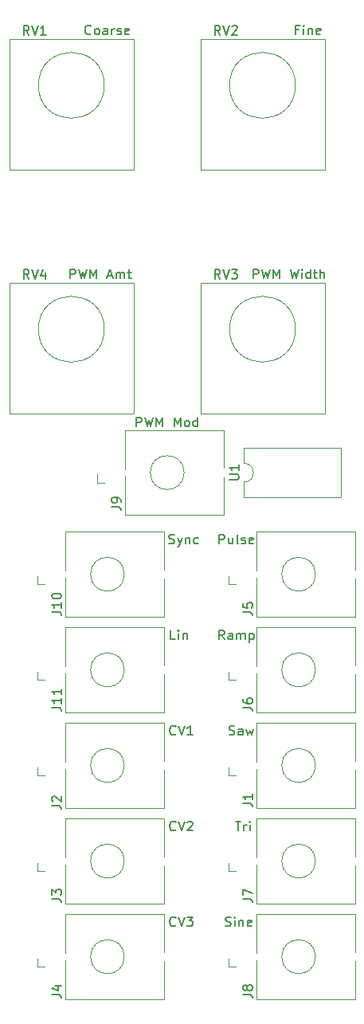
<source format=gbr>
G04 #@! TF.GenerationSoftware,KiCad,Pcbnew,(5.1.4-0-10_14)*
G04 #@! TF.CreationDate,2019-10-08T20:59:58-07:00*
G04 #@! TF.ProjectId,VCO_IO,56434f5f-494f-42e6-9b69-6361645f7063,rev?*
G04 #@! TF.SameCoordinates,Original*
G04 #@! TF.FileFunction,Legend,Top*
G04 #@! TF.FilePolarity,Positive*
%FSLAX46Y46*%
G04 Gerber Fmt 4.6, Leading zero omitted, Abs format (unit mm)*
G04 Created by KiCad (PCBNEW (5.1.4-0-10_14)) date 2019-10-08 20:59:58*
%MOMM*%
%LPD*%
G04 APERTURE LIST*
%ADD10C,0.150000*%
%ADD11C,0.120000*%
G04 APERTURE END LIST*
D10*
X95115238Y-151026761D02*
X95258095Y-151074380D01*
X95496190Y-151074380D01*
X95591428Y-151026761D01*
X95639047Y-150979142D01*
X95686666Y-150883904D01*
X95686666Y-150788666D01*
X95639047Y-150693428D01*
X95591428Y-150645809D01*
X95496190Y-150598190D01*
X95305714Y-150550571D01*
X95210476Y-150502952D01*
X95162857Y-150455333D01*
X95115238Y-150360095D01*
X95115238Y-150264857D01*
X95162857Y-150169619D01*
X95210476Y-150122000D01*
X95305714Y-150074380D01*
X95543809Y-150074380D01*
X95686666Y-150122000D01*
X96115238Y-151074380D02*
X96115238Y-150407714D01*
X96115238Y-150074380D02*
X96067619Y-150122000D01*
X96115238Y-150169619D01*
X96162857Y-150122000D01*
X96115238Y-150074380D01*
X96115238Y-150169619D01*
X96591428Y-150407714D02*
X96591428Y-151074380D01*
X96591428Y-150502952D02*
X96639047Y-150455333D01*
X96734285Y-150407714D01*
X96877142Y-150407714D01*
X96972380Y-150455333D01*
X97020000Y-150550571D01*
X97020000Y-151074380D01*
X97877142Y-151026761D02*
X97781904Y-151074380D01*
X97591428Y-151074380D01*
X97496190Y-151026761D01*
X97448571Y-150931523D01*
X97448571Y-150550571D01*
X97496190Y-150455333D01*
X97591428Y-150407714D01*
X97781904Y-150407714D01*
X97877142Y-150455333D01*
X97924761Y-150550571D01*
X97924761Y-150645809D01*
X97448571Y-150741047D01*
X96194666Y-139914380D02*
X96766095Y-139914380D01*
X96480380Y-140914380D02*
X96480380Y-139914380D01*
X97099428Y-140914380D02*
X97099428Y-140247714D01*
X97099428Y-140438190D02*
X97147047Y-140342952D01*
X97194666Y-140295333D01*
X97289904Y-140247714D01*
X97385142Y-140247714D01*
X97718476Y-140914380D02*
X97718476Y-140247714D01*
X97718476Y-139914380D02*
X97670857Y-139962000D01*
X97718476Y-140009619D01*
X97766095Y-139962000D01*
X97718476Y-139914380D01*
X97718476Y-140009619D01*
X95512095Y-130706761D02*
X95654952Y-130754380D01*
X95893047Y-130754380D01*
X95988285Y-130706761D01*
X96035904Y-130659142D01*
X96083523Y-130563904D01*
X96083523Y-130468666D01*
X96035904Y-130373428D01*
X95988285Y-130325809D01*
X95893047Y-130278190D01*
X95702571Y-130230571D01*
X95607333Y-130182952D01*
X95559714Y-130135333D01*
X95512095Y-130040095D01*
X95512095Y-129944857D01*
X95559714Y-129849619D01*
X95607333Y-129802000D01*
X95702571Y-129754380D01*
X95940666Y-129754380D01*
X96083523Y-129802000D01*
X96940666Y-130754380D02*
X96940666Y-130230571D01*
X96893047Y-130135333D01*
X96797809Y-130087714D01*
X96607333Y-130087714D01*
X96512095Y-130135333D01*
X96940666Y-130706761D02*
X96845428Y-130754380D01*
X96607333Y-130754380D01*
X96512095Y-130706761D01*
X96464476Y-130611523D01*
X96464476Y-130516285D01*
X96512095Y-130421047D01*
X96607333Y-130373428D01*
X96845428Y-130373428D01*
X96940666Y-130325809D01*
X97321619Y-130087714D02*
X97512095Y-130754380D01*
X97702571Y-130278190D01*
X97893047Y-130754380D01*
X98083523Y-130087714D01*
X95004095Y-120594380D02*
X94670761Y-120118190D01*
X94432666Y-120594380D02*
X94432666Y-119594380D01*
X94813619Y-119594380D01*
X94908857Y-119642000D01*
X94956476Y-119689619D01*
X95004095Y-119784857D01*
X95004095Y-119927714D01*
X94956476Y-120022952D01*
X94908857Y-120070571D01*
X94813619Y-120118190D01*
X94432666Y-120118190D01*
X95861238Y-120594380D02*
X95861238Y-120070571D01*
X95813619Y-119975333D01*
X95718380Y-119927714D01*
X95527904Y-119927714D01*
X95432666Y-119975333D01*
X95861238Y-120546761D02*
X95766000Y-120594380D01*
X95527904Y-120594380D01*
X95432666Y-120546761D01*
X95385047Y-120451523D01*
X95385047Y-120356285D01*
X95432666Y-120261047D01*
X95527904Y-120213428D01*
X95766000Y-120213428D01*
X95861238Y-120165809D01*
X96337428Y-120594380D02*
X96337428Y-119927714D01*
X96337428Y-120022952D02*
X96385047Y-119975333D01*
X96480285Y-119927714D01*
X96623142Y-119927714D01*
X96718380Y-119975333D01*
X96766000Y-120070571D01*
X96766000Y-120594380D01*
X96766000Y-120070571D02*
X96813619Y-119975333D01*
X96908857Y-119927714D01*
X97051714Y-119927714D01*
X97146952Y-119975333D01*
X97194571Y-120070571D01*
X97194571Y-120594380D01*
X97670761Y-119927714D02*
X97670761Y-120927714D01*
X97670761Y-119975333D02*
X97766000Y-119927714D01*
X97956476Y-119927714D01*
X98051714Y-119975333D01*
X98099333Y-120022952D01*
X98146952Y-120118190D01*
X98146952Y-120403904D01*
X98099333Y-120499142D01*
X98051714Y-120546761D01*
X97956476Y-120594380D01*
X97766000Y-120594380D01*
X97670761Y-120546761D01*
X94456476Y-110434380D02*
X94456476Y-109434380D01*
X94837428Y-109434380D01*
X94932666Y-109482000D01*
X94980285Y-109529619D01*
X95027904Y-109624857D01*
X95027904Y-109767714D01*
X94980285Y-109862952D01*
X94932666Y-109910571D01*
X94837428Y-109958190D01*
X94456476Y-109958190D01*
X95885047Y-109767714D02*
X95885047Y-110434380D01*
X95456476Y-109767714D02*
X95456476Y-110291523D01*
X95504095Y-110386761D01*
X95599333Y-110434380D01*
X95742190Y-110434380D01*
X95837428Y-110386761D01*
X95885047Y-110339142D01*
X96504095Y-110434380D02*
X96408857Y-110386761D01*
X96361238Y-110291523D01*
X96361238Y-109434380D01*
X96837428Y-110386761D02*
X96932666Y-110434380D01*
X97123142Y-110434380D01*
X97218380Y-110386761D01*
X97266000Y-110291523D01*
X97266000Y-110243904D01*
X97218380Y-110148666D01*
X97123142Y-110101047D01*
X96980285Y-110101047D01*
X96885047Y-110053428D01*
X96837428Y-109958190D01*
X96837428Y-109910571D01*
X96885047Y-109815333D01*
X96980285Y-109767714D01*
X97123142Y-109767714D01*
X97218380Y-109815333D01*
X98075523Y-110386761D02*
X97980285Y-110434380D01*
X97789809Y-110434380D01*
X97694571Y-110386761D01*
X97646952Y-110291523D01*
X97646952Y-109910571D01*
X97694571Y-109815333D01*
X97789809Y-109767714D01*
X97980285Y-109767714D01*
X98075523Y-109815333D01*
X98123142Y-109910571D01*
X98123142Y-110005809D01*
X97646952Y-110101047D01*
X89828761Y-150979142D02*
X89781142Y-151026761D01*
X89638285Y-151074380D01*
X89543047Y-151074380D01*
X89400190Y-151026761D01*
X89304952Y-150931523D01*
X89257333Y-150836285D01*
X89209714Y-150645809D01*
X89209714Y-150502952D01*
X89257333Y-150312476D01*
X89304952Y-150217238D01*
X89400190Y-150122000D01*
X89543047Y-150074380D01*
X89638285Y-150074380D01*
X89781142Y-150122000D01*
X89828761Y-150169619D01*
X90114476Y-150074380D02*
X90447809Y-151074380D01*
X90781142Y-150074380D01*
X91019238Y-150074380D02*
X91638285Y-150074380D01*
X91304952Y-150455333D01*
X91447809Y-150455333D01*
X91543047Y-150502952D01*
X91590666Y-150550571D01*
X91638285Y-150645809D01*
X91638285Y-150883904D01*
X91590666Y-150979142D01*
X91543047Y-151026761D01*
X91447809Y-151074380D01*
X91162095Y-151074380D01*
X91066857Y-151026761D01*
X91019238Y-150979142D01*
X89828761Y-140819142D02*
X89781142Y-140866761D01*
X89638285Y-140914380D01*
X89543047Y-140914380D01*
X89400190Y-140866761D01*
X89304952Y-140771523D01*
X89257333Y-140676285D01*
X89209714Y-140485809D01*
X89209714Y-140342952D01*
X89257333Y-140152476D01*
X89304952Y-140057238D01*
X89400190Y-139962000D01*
X89543047Y-139914380D01*
X89638285Y-139914380D01*
X89781142Y-139962000D01*
X89828761Y-140009619D01*
X90114476Y-139914380D02*
X90447809Y-140914380D01*
X90781142Y-139914380D01*
X91066857Y-140009619D02*
X91114476Y-139962000D01*
X91209714Y-139914380D01*
X91447809Y-139914380D01*
X91543047Y-139962000D01*
X91590666Y-140009619D01*
X91638285Y-140104857D01*
X91638285Y-140200095D01*
X91590666Y-140342952D01*
X91019238Y-140914380D01*
X91638285Y-140914380D01*
X89828761Y-130659142D02*
X89781142Y-130706761D01*
X89638285Y-130754380D01*
X89543047Y-130754380D01*
X89400190Y-130706761D01*
X89304952Y-130611523D01*
X89257333Y-130516285D01*
X89209714Y-130325809D01*
X89209714Y-130182952D01*
X89257333Y-129992476D01*
X89304952Y-129897238D01*
X89400190Y-129802000D01*
X89543047Y-129754380D01*
X89638285Y-129754380D01*
X89781142Y-129802000D01*
X89828761Y-129849619D01*
X90114476Y-129754380D02*
X90447809Y-130754380D01*
X90781142Y-129754380D01*
X91638285Y-130754380D02*
X91066857Y-130754380D01*
X91352571Y-130754380D02*
X91352571Y-129754380D01*
X91257333Y-129897238D01*
X91162095Y-129992476D01*
X91066857Y-130040095D01*
X89789047Y-120594380D02*
X89312857Y-120594380D01*
X89312857Y-119594380D01*
X90122380Y-120594380D02*
X90122380Y-119927714D01*
X90122380Y-119594380D02*
X90074761Y-119642000D01*
X90122380Y-119689619D01*
X90170000Y-119642000D01*
X90122380Y-119594380D01*
X90122380Y-119689619D01*
X90598571Y-119927714D02*
X90598571Y-120594380D01*
X90598571Y-120022952D02*
X90646190Y-119975333D01*
X90741428Y-119927714D01*
X90884285Y-119927714D01*
X90979523Y-119975333D01*
X91027142Y-120070571D01*
X91027142Y-120594380D01*
X89130380Y-110386761D02*
X89273238Y-110434380D01*
X89511333Y-110434380D01*
X89606571Y-110386761D01*
X89654190Y-110339142D01*
X89701809Y-110243904D01*
X89701809Y-110148666D01*
X89654190Y-110053428D01*
X89606571Y-110005809D01*
X89511333Y-109958190D01*
X89320857Y-109910571D01*
X89225619Y-109862952D01*
X89178000Y-109815333D01*
X89130380Y-109720095D01*
X89130380Y-109624857D01*
X89178000Y-109529619D01*
X89225619Y-109482000D01*
X89320857Y-109434380D01*
X89558952Y-109434380D01*
X89701809Y-109482000D01*
X90035142Y-109767714D02*
X90273238Y-110434380D01*
X90511333Y-109767714D02*
X90273238Y-110434380D01*
X90178000Y-110672476D01*
X90130380Y-110720095D01*
X90035142Y-110767714D01*
X90892285Y-109767714D02*
X90892285Y-110434380D01*
X90892285Y-109862952D02*
X90939904Y-109815333D01*
X91035142Y-109767714D01*
X91178000Y-109767714D01*
X91273238Y-109815333D01*
X91320857Y-109910571D01*
X91320857Y-110434380D01*
X92225619Y-110386761D02*
X92130380Y-110434380D01*
X91939904Y-110434380D01*
X91844666Y-110386761D01*
X91797047Y-110339142D01*
X91749428Y-110243904D01*
X91749428Y-109958190D01*
X91797047Y-109862952D01*
X91844666Y-109815333D01*
X91939904Y-109767714D01*
X92130380Y-109767714D01*
X92225619Y-109815333D01*
X85638095Y-97988380D02*
X85638095Y-96988380D01*
X86019047Y-96988380D01*
X86114285Y-97036000D01*
X86161904Y-97083619D01*
X86209523Y-97178857D01*
X86209523Y-97321714D01*
X86161904Y-97416952D01*
X86114285Y-97464571D01*
X86019047Y-97512190D01*
X85638095Y-97512190D01*
X86542857Y-96988380D02*
X86780952Y-97988380D01*
X86971428Y-97274095D01*
X87161904Y-97988380D01*
X87400000Y-96988380D01*
X87780952Y-97988380D02*
X87780952Y-96988380D01*
X88114285Y-97702666D01*
X88447619Y-96988380D01*
X88447619Y-97988380D01*
X89685714Y-97988380D02*
X89685714Y-96988380D01*
X90019047Y-97702666D01*
X90352380Y-96988380D01*
X90352380Y-97988380D01*
X90971428Y-97988380D02*
X90876190Y-97940761D01*
X90828571Y-97893142D01*
X90780952Y-97797904D01*
X90780952Y-97512190D01*
X90828571Y-97416952D01*
X90876190Y-97369333D01*
X90971428Y-97321714D01*
X91114285Y-97321714D01*
X91209523Y-97369333D01*
X91257142Y-97416952D01*
X91304761Y-97512190D01*
X91304761Y-97797904D01*
X91257142Y-97893142D01*
X91209523Y-97940761D01*
X91114285Y-97988380D01*
X90971428Y-97988380D01*
X92161904Y-97988380D02*
X92161904Y-96988380D01*
X92161904Y-97940761D02*
X92066666Y-97988380D01*
X91876190Y-97988380D01*
X91780952Y-97940761D01*
X91733333Y-97893142D01*
X91685714Y-97797904D01*
X91685714Y-97512190D01*
X91733333Y-97416952D01*
X91780952Y-97369333D01*
X91876190Y-97321714D01*
X92066666Y-97321714D01*
X92161904Y-97369333D01*
X98068285Y-82240380D02*
X98068285Y-81240380D01*
X98449238Y-81240380D01*
X98544476Y-81288000D01*
X98592095Y-81335619D01*
X98639714Y-81430857D01*
X98639714Y-81573714D01*
X98592095Y-81668952D01*
X98544476Y-81716571D01*
X98449238Y-81764190D01*
X98068285Y-81764190D01*
X98973047Y-81240380D02*
X99211142Y-82240380D01*
X99401619Y-81526095D01*
X99592095Y-82240380D01*
X99830190Y-81240380D01*
X100211142Y-82240380D02*
X100211142Y-81240380D01*
X100544476Y-81954666D01*
X100877809Y-81240380D01*
X100877809Y-82240380D01*
X102020666Y-81240380D02*
X102258761Y-82240380D01*
X102449238Y-81526095D01*
X102639714Y-82240380D01*
X102877809Y-81240380D01*
X103258761Y-82240380D02*
X103258761Y-81573714D01*
X103258761Y-81240380D02*
X103211142Y-81288000D01*
X103258761Y-81335619D01*
X103306380Y-81288000D01*
X103258761Y-81240380D01*
X103258761Y-81335619D01*
X104163523Y-82240380D02*
X104163523Y-81240380D01*
X104163523Y-82192761D02*
X104068285Y-82240380D01*
X103877809Y-82240380D01*
X103782571Y-82192761D01*
X103734952Y-82145142D01*
X103687333Y-82049904D01*
X103687333Y-81764190D01*
X103734952Y-81668952D01*
X103782571Y-81621333D01*
X103877809Y-81573714D01*
X104068285Y-81573714D01*
X104163523Y-81621333D01*
X104496857Y-81573714D02*
X104877809Y-81573714D01*
X104639714Y-81240380D02*
X104639714Y-82097523D01*
X104687333Y-82192761D01*
X104782571Y-82240380D01*
X104877809Y-82240380D01*
X105211142Y-82240380D02*
X105211142Y-81240380D01*
X105639714Y-82240380D02*
X105639714Y-81716571D01*
X105592095Y-81621333D01*
X105496857Y-81573714D01*
X105354000Y-81573714D01*
X105258761Y-81621333D01*
X105211142Y-81668952D01*
X78621333Y-82240380D02*
X78621333Y-81240380D01*
X79002285Y-81240380D01*
X79097523Y-81288000D01*
X79145142Y-81335619D01*
X79192761Y-81430857D01*
X79192761Y-81573714D01*
X79145142Y-81668952D01*
X79097523Y-81716571D01*
X79002285Y-81764190D01*
X78621333Y-81764190D01*
X79526095Y-81240380D02*
X79764190Y-82240380D01*
X79954666Y-81526095D01*
X80145142Y-82240380D01*
X80383238Y-81240380D01*
X80764190Y-82240380D02*
X80764190Y-81240380D01*
X81097523Y-81954666D01*
X81430857Y-81240380D01*
X81430857Y-82240380D01*
X82621333Y-81954666D02*
X83097523Y-81954666D01*
X82526095Y-82240380D02*
X82859428Y-81240380D01*
X83192761Y-82240380D01*
X83526095Y-82240380D02*
X83526095Y-81573714D01*
X83526095Y-81668952D02*
X83573714Y-81621333D01*
X83668952Y-81573714D01*
X83811809Y-81573714D01*
X83907047Y-81621333D01*
X83954666Y-81716571D01*
X83954666Y-82240380D01*
X83954666Y-81716571D02*
X84002285Y-81621333D01*
X84097523Y-81573714D01*
X84240380Y-81573714D01*
X84335619Y-81621333D01*
X84383238Y-81716571D01*
X84383238Y-82240380D01*
X84716571Y-81573714D02*
X85097523Y-81573714D01*
X84859428Y-81240380D02*
X84859428Y-82097523D01*
X84907047Y-82192761D01*
X85002285Y-82240380D01*
X85097523Y-82240380D01*
X102909809Y-55808571D02*
X102576476Y-55808571D01*
X102576476Y-56332380D02*
X102576476Y-55332380D01*
X103052666Y-55332380D01*
X103433619Y-56332380D02*
X103433619Y-55665714D01*
X103433619Y-55332380D02*
X103386000Y-55380000D01*
X103433619Y-55427619D01*
X103481238Y-55380000D01*
X103433619Y-55332380D01*
X103433619Y-55427619D01*
X103909809Y-55665714D02*
X103909809Y-56332380D01*
X103909809Y-55760952D02*
X103957428Y-55713333D01*
X104052666Y-55665714D01*
X104195523Y-55665714D01*
X104290761Y-55713333D01*
X104338380Y-55808571D01*
X104338380Y-56332380D01*
X105195523Y-56284761D02*
X105100285Y-56332380D01*
X104909809Y-56332380D01*
X104814571Y-56284761D01*
X104766952Y-56189523D01*
X104766952Y-55808571D01*
X104814571Y-55713333D01*
X104909809Y-55665714D01*
X105100285Y-55665714D01*
X105195523Y-55713333D01*
X105243142Y-55808571D01*
X105243142Y-55903809D01*
X104766952Y-55999047D01*
X80811904Y-56237142D02*
X80764285Y-56284761D01*
X80621428Y-56332380D01*
X80526190Y-56332380D01*
X80383333Y-56284761D01*
X80288095Y-56189523D01*
X80240476Y-56094285D01*
X80192857Y-55903809D01*
X80192857Y-55760952D01*
X80240476Y-55570476D01*
X80288095Y-55475238D01*
X80383333Y-55380000D01*
X80526190Y-55332380D01*
X80621428Y-55332380D01*
X80764285Y-55380000D01*
X80811904Y-55427619D01*
X81383333Y-56332380D02*
X81288095Y-56284761D01*
X81240476Y-56237142D01*
X81192857Y-56141904D01*
X81192857Y-55856190D01*
X81240476Y-55760952D01*
X81288095Y-55713333D01*
X81383333Y-55665714D01*
X81526190Y-55665714D01*
X81621428Y-55713333D01*
X81669047Y-55760952D01*
X81716666Y-55856190D01*
X81716666Y-56141904D01*
X81669047Y-56237142D01*
X81621428Y-56284761D01*
X81526190Y-56332380D01*
X81383333Y-56332380D01*
X82573809Y-56332380D02*
X82573809Y-55808571D01*
X82526190Y-55713333D01*
X82430952Y-55665714D01*
X82240476Y-55665714D01*
X82145238Y-55713333D01*
X82573809Y-56284761D02*
X82478571Y-56332380D01*
X82240476Y-56332380D01*
X82145238Y-56284761D01*
X82097619Y-56189523D01*
X82097619Y-56094285D01*
X82145238Y-55999047D01*
X82240476Y-55951428D01*
X82478571Y-55951428D01*
X82573809Y-55903809D01*
X83050000Y-56332380D02*
X83050000Y-55665714D01*
X83050000Y-55856190D02*
X83097619Y-55760952D01*
X83145238Y-55713333D01*
X83240476Y-55665714D01*
X83335714Y-55665714D01*
X83621428Y-56284761D02*
X83716666Y-56332380D01*
X83907142Y-56332380D01*
X84002380Y-56284761D01*
X84050000Y-56189523D01*
X84050000Y-56141904D01*
X84002380Y-56046666D01*
X83907142Y-55999047D01*
X83764285Y-55999047D01*
X83669047Y-55951428D01*
X83621428Y-55856190D01*
X83621428Y-55808571D01*
X83669047Y-55713333D01*
X83764285Y-55665714D01*
X83907142Y-55665714D01*
X84002380Y-55713333D01*
X84859523Y-56284761D02*
X84764285Y-56332380D01*
X84573809Y-56332380D01*
X84478571Y-56284761D01*
X84430952Y-56189523D01*
X84430952Y-55808571D01*
X84478571Y-55713333D01*
X84573809Y-55665714D01*
X84764285Y-55665714D01*
X84859523Y-55713333D01*
X84907142Y-55808571D01*
X84907142Y-55903809D01*
X84430952Y-55999047D01*
D11*
X97095000Y-100220000D02*
X97095000Y-101870000D01*
X107375000Y-100220000D02*
X97095000Y-100220000D01*
X107375000Y-105520000D02*
X107375000Y-100220000D01*
X97095000Y-105520000D02*
X107375000Y-105520000D01*
X97095000Y-103870000D02*
X97095000Y-105520000D01*
X97095000Y-101870000D02*
G75*
G02X97095000Y-103870000I0J-1000000D01*
G01*
X75100000Y-135045000D02*
X75100000Y-134185000D01*
X75100000Y-135045000D02*
X75900000Y-135045000D01*
X84380000Y-133985000D02*
G75*
G03X84380000Y-133985000I-1800000J0D01*
G01*
X78080000Y-134335000D02*
X78080000Y-138485000D01*
X78080000Y-129485000D02*
X78080000Y-133635000D01*
X88580000Y-134485000D02*
X88580000Y-138485000D01*
X88580000Y-129485000D02*
X88580000Y-133485000D01*
X78080000Y-129485000D02*
X88580000Y-129485000D01*
X78080000Y-138485000D02*
X88580000Y-138485000D01*
X75100000Y-145205000D02*
X75100000Y-144345000D01*
X75100000Y-145205000D02*
X75900000Y-145205000D01*
X84380000Y-144145000D02*
G75*
G03X84380000Y-144145000I-1800000J0D01*
G01*
X78080000Y-144495000D02*
X78080000Y-148645000D01*
X78080000Y-139645000D02*
X78080000Y-143795000D01*
X88580000Y-144645000D02*
X88580000Y-148645000D01*
X88580000Y-139645000D02*
X88580000Y-143645000D01*
X78080000Y-139645000D02*
X88580000Y-139645000D01*
X78080000Y-148645000D02*
X88580000Y-148645000D01*
X75100000Y-155365000D02*
X75100000Y-154505000D01*
X75100000Y-155365000D02*
X75900000Y-155365000D01*
X84380000Y-154305000D02*
G75*
G03X84380000Y-154305000I-1800000J0D01*
G01*
X78080000Y-154655000D02*
X78080000Y-158805000D01*
X78080000Y-149805000D02*
X78080000Y-153955000D01*
X88580000Y-154805000D02*
X88580000Y-158805000D01*
X88580000Y-149805000D02*
X88580000Y-153805000D01*
X78080000Y-149805000D02*
X88580000Y-149805000D01*
X78080000Y-158805000D02*
X88580000Y-158805000D01*
X95420000Y-114725000D02*
X95420000Y-113865000D01*
X95420000Y-114725000D02*
X96220000Y-114725000D01*
X104700000Y-113665000D02*
G75*
G03X104700000Y-113665000I-1800000J0D01*
G01*
X98400000Y-114015000D02*
X98400000Y-118165000D01*
X98400000Y-109165000D02*
X98400000Y-113315000D01*
X108900000Y-114165000D02*
X108900000Y-118165000D01*
X108900000Y-109165000D02*
X108900000Y-113165000D01*
X98400000Y-109165000D02*
X108900000Y-109165000D01*
X98400000Y-118165000D02*
X108900000Y-118165000D01*
X95420000Y-124885000D02*
X95420000Y-124025000D01*
X95420000Y-124885000D02*
X96220000Y-124885000D01*
X104700000Y-123825000D02*
G75*
G03X104700000Y-123825000I-1800000J0D01*
G01*
X98400000Y-124175000D02*
X98400000Y-128325000D01*
X98400000Y-119325000D02*
X98400000Y-123475000D01*
X108900000Y-124325000D02*
X108900000Y-128325000D01*
X108900000Y-119325000D02*
X108900000Y-123325000D01*
X98400000Y-119325000D02*
X108900000Y-119325000D01*
X98400000Y-128325000D02*
X108900000Y-128325000D01*
X95420000Y-145205000D02*
X95420000Y-144345000D01*
X95420000Y-145205000D02*
X96220000Y-145205000D01*
X104700000Y-144145000D02*
G75*
G03X104700000Y-144145000I-1800000J0D01*
G01*
X98400000Y-144495000D02*
X98400000Y-148645000D01*
X98400000Y-139645000D02*
X98400000Y-143795000D01*
X108900000Y-144645000D02*
X108900000Y-148645000D01*
X108900000Y-139645000D02*
X108900000Y-143645000D01*
X98400000Y-139645000D02*
X108900000Y-139645000D01*
X98400000Y-148645000D02*
X108900000Y-148645000D01*
X95420000Y-155365000D02*
X95420000Y-154505000D01*
X95420000Y-155365000D02*
X96220000Y-155365000D01*
X104700000Y-154305000D02*
G75*
G03X104700000Y-154305000I-1800000J0D01*
G01*
X98400000Y-154655000D02*
X98400000Y-158805000D01*
X98400000Y-149805000D02*
X98400000Y-153955000D01*
X108900000Y-154805000D02*
X108900000Y-158805000D01*
X108900000Y-149805000D02*
X108900000Y-153805000D01*
X98400000Y-149805000D02*
X108900000Y-149805000D01*
X98400000Y-158805000D02*
X108900000Y-158805000D01*
X81450000Y-103930000D02*
X81450000Y-103070000D01*
X81450000Y-103930000D02*
X82250000Y-103930000D01*
X90730000Y-102870000D02*
G75*
G03X90730000Y-102870000I-1800000J0D01*
G01*
X84430000Y-103220000D02*
X84430000Y-107370000D01*
X84430000Y-98370000D02*
X84430000Y-102520000D01*
X94930000Y-103370000D02*
X94930000Y-107370000D01*
X94930000Y-98370000D02*
X94930000Y-102370000D01*
X84430000Y-98370000D02*
X94930000Y-98370000D01*
X84430000Y-107370000D02*
X94930000Y-107370000D01*
X75100000Y-114725000D02*
X75100000Y-113865000D01*
X75100000Y-114725000D02*
X75900000Y-114725000D01*
X84380000Y-113665000D02*
G75*
G03X84380000Y-113665000I-1800000J0D01*
G01*
X78080000Y-114015000D02*
X78080000Y-118165000D01*
X78080000Y-109165000D02*
X78080000Y-113315000D01*
X88580000Y-114165000D02*
X88580000Y-118165000D01*
X88580000Y-109165000D02*
X88580000Y-113165000D01*
X78080000Y-109165000D02*
X88580000Y-109165000D01*
X78080000Y-118165000D02*
X88580000Y-118165000D01*
X75100000Y-124885000D02*
X75100000Y-124025000D01*
X75100000Y-124885000D02*
X75900000Y-124885000D01*
X84380000Y-123825000D02*
G75*
G03X84380000Y-123825000I-1800000J0D01*
G01*
X78080000Y-124175000D02*
X78080000Y-128325000D01*
X78080000Y-119325000D02*
X78080000Y-123475000D01*
X88580000Y-124325000D02*
X88580000Y-128325000D01*
X88580000Y-119325000D02*
X88580000Y-123325000D01*
X78080000Y-119325000D02*
X88580000Y-119325000D01*
X78080000Y-128325000D02*
X88580000Y-128325000D01*
X72140000Y-56822000D02*
X78740000Y-56822000D01*
X72140000Y-70722000D02*
X72140000Y-56822000D01*
X85340000Y-70722000D02*
X72140000Y-70722000D01*
X85340000Y-56822000D02*
X85340000Y-70722000D01*
X84940000Y-56822000D02*
X85340000Y-56822000D01*
X78740000Y-56822000D02*
X84940000Y-56822000D01*
X82240000Y-61722000D02*
G75*
G03X82240000Y-61722000I-3500000J0D01*
G01*
X92460000Y-56822000D02*
X99060000Y-56822000D01*
X92460000Y-70722000D02*
X92460000Y-56822000D01*
X105660000Y-70722000D02*
X92460000Y-70722000D01*
X105660000Y-56822000D02*
X105660000Y-70722000D01*
X105260000Y-56822000D02*
X105660000Y-56822000D01*
X99060000Y-56822000D02*
X105260000Y-56822000D01*
X102560000Y-61722000D02*
G75*
G03X102560000Y-61722000I-3500000J0D01*
G01*
X92460000Y-82730000D02*
X99060000Y-82730000D01*
X92460000Y-96630000D02*
X92460000Y-82730000D01*
X105660000Y-96630000D02*
X92460000Y-96630000D01*
X105660000Y-82730000D02*
X105660000Y-96630000D01*
X105260000Y-82730000D02*
X105660000Y-82730000D01*
X99060000Y-82730000D02*
X105260000Y-82730000D01*
X102560000Y-87630000D02*
G75*
G03X102560000Y-87630000I-3500000J0D01*
G01*
X72140000Y-82730000D02*
X78740000Y-82730000D01*
X72140000Y-96630000D02*
X72140000Y-82730000D01*
X85340000Y-96630000D02*
X72140000Y-96630000D01*
X85340000Y-82730000D02*
X85340000Y-96630000D01*
X84940000Y-82730000D02*
X85340000Y-82730000D01*
X78740000Y-82730000D02*
X84940000Y-82730000D01*
X82240000Y-87630000D02*
G75*
G03X82240000Y-87630000I-3500000J0D01*
G01*
X95420000Y-135045000D02*
X95420000Y-134185000D01*
X95420000Y-135045000D02*
X96220000Y-135045000D01*
X104700000Y-133985000D02*
G75*
G03X104700000Y-133985000I-1800000J0D01*
G01*
X98400000Y-134335000D02*
X98400000Y-138485000D01*
X98400000Y-129485000D02*
X98400000Y-133635000D01*
X108900000Y-134485000D02*
X108900000Y-138485000D01*
X108900000Y-129485000D02*
X108900000Y-133485000D01*
X98400000Y-129485000D02*
X108900000Y-129485000D01*
X98400000Y-138485000D02*
X108900000Y-138485000D01*
D10*
X95547380Y-103631904D02*
X96356904Y-103631904D01*
X96452142Y-103584285D01*
X96499761Y-103536666D01*
X96547380Y-103441428D01*
X96547380Y-103250952D01*
X96499761Y-103155714D01*
X96452142Y-103108095D01*
X96356904Y-103060476D01*
X95547380Y-103060476D01*
X96547380Y-102060476D02*
X96547380Y-102631904D01*
X96547380Y-102346190D02*
X95547380Y-102346190D01*
X95690238Y-102441428D01*
X95785476Y-102536666D01*
X95833095Y-102631904D01*
X76668380Y-138255333D02*
X77382666Y-138255333D01*
X77525523Y-138302952D01*
X77620761Y-138398190D01*
X77668380Y-138541047D01*
X77668380Y-138636285D01*
X76763619Y-137826761D02*
X76716000Y-137779142D01*
X76668380Y-137683904D01*
X76668380Y-137445809D01*
X76716000Y-137350571D01*
X76763619Y-137302952D01*
X76858857Y-137255333D01*
X76954095Y-137255333D01*
X77096952Y-137302952D01*
X77668380Y-137874380D01*
X77668380Y-137255333D01*
X76668380Y-148161333D02*
X77382666Y-148161333D01*
X77525523Y-148208952D01*
X77620761Y-148304190D01*
X77668380Y-148447047D01*
X77668380Y-148542285D01*
X76668380Y-147780380D02*
X76668380Y-147161333D01*
X77049333Y-147494666D01*
X77049333Y-147351809D01*
X77096952Y-147256571D01*
X77144571Y-147208952D01*
X77239809Y-147161333D01*
X77477904Y-147161333D01*
X77573142Y-147208952D01*
X77620761Y-147256571D01*
X77668380Y-147351809D01*
X77668380Y-147637523D01*
X77620761Y-147732761D01*
X77573142Y-147780380D01*
X76668380Y-158321333D02*
X77382666Y-158321333D01*
X77525523Y-158368952D01*
X77620761Y-158464190D01*
X77668380Y-158607047D01*
X77668380Y-158702285D01*
X77001714Y-157416571D02*
X77668380Y-157416571D01*
X76620761Y-157654666D02*
X77335047Y-157892761D01*
X77335047Y-157273714D01*
X96988380Y-117681333D02*
X97702666Y-117681333D01*
X97845523Y-117728952D01*
X97940761Y-117824190D01*
X97988380Y-117967047D01*
X97988380Y-118062285D01*
X96988380Y-116728952D02*
X96988380Y-117205142D01*
X97464571Y-117252761D01*
X97416952Y-117205142D01*
X97369333Y-117109904D01*
X97369333Y-116871809D01*
X97416952Y-116776571D01*
X97464571Y-116728952D01*
X97559809Y-116681333D01*
X97797904Y-116681333D01*
X97893142Y-116728952D01*
X97940761Y-116776571D01*
X97988380Y-116871809D01*
X97988380Y-117109904D01*
X97940761Y-117205142D01*
X97893142Y-117252761D01*
X96988380Y-127841333D02*
X97702666Y-127841333D01*
X97845523Y-127888952D01*
X97940761Y-127984190D01*
X97988380Y-128127047D01*
X97988380Y-128222285D01*
X96988380Y-126936571D02*
X96988380Y-127127047D01*
X97036000Y-127222285D01*
X97083619Y-127269904D01*
X97226476Y-127365142D01*
X97416952Y-127412761D01*
X97797904Y-127412761D01*
X97893142Y-127365142D01*
X97940761Y-127317523D01*
X97988380Y-127222285D01*
X97988380Y-127031809D01*
X97940761Y-126936571D01*
X97893142Y-126888952D01*
X97797904Y-126841333D01*
X97559809Y-126841333D01*
X97464571Y-126888952D01*
X97416952Y-126936571D01*
X97369333Y-127031809D01*
X97369333Y-127222285D01*
X97416952Y-127317523D01*
X97464571Y-127365142D01*
X97559809Y-127412761D01*
X96988380Y-148161333D02*
X97702666Y-148161333D01*
X97845523Y-148208952D01*
X97940761Y-148304190D01*
X97988380Y-148447047D01*
X97988380Y-148542285D01*
X96988380Y-147780380D02*
X96988380Y-147113714D01*
X97988380Y-147542285D01*
X96988380Y-158321333D02*
X97702666Y-158321333D01*
X97845523Y-158368952D01*
X97940761Y-158464190D01*
X97988380Y-158607047D01*
X97988380Y-158702285D01*
X97416952Y-157702285D02*
X97369333Y-157797523D01*
X97321714Y-157845142D01*
X97226476Y-157892761D01*
X97178857Y-157892761D01*
X97083619Y-157845142D01*
X97036000Y-157797523D01*
X96988380Y-157702285D01*
X96988380Y-157511809D01*
X97036000Y-157416571D01*
X97083619Y-157368952D01*
X97178857Y-157321333D01*
X97226476Y-157321333D01*
X97321714Y-157368952D01*
X97369333Y-157416571D01*
X97416952Y-157511809D01*
X97416952Y-157702285D01*
X97464571Y-157797523D01*
X97512190Y-157845142D01*
X97607428Y-157892761D01*
X97797904Y-157892761D01*
X97893142Y-157845142D01*
X97940761Y-157797523D01*
X97988380Y-157702285D01*
X97988380Y-157511809D01*
X97940761Y-157416571D01*
X97893142Y-157368952D01*
X97797904Y-157321333D01*
X97607428Y-157321333D01*
X97512190Y-157368952D01*
X97464571Y-157416571D01*
X97416952Y-157511809D01*
X83018380Y-106505333D02*
X83732666Y-106505333D01*
X83875523Y-106552952D01*
X83970761Y-106648190D01*
X84018380Y-106791047D01*
X84018380Y-106886285D01*
X84018380Y-105981523D02*
X84018380Y-105791047D01*
X83970761Y-105695809D01*
X83923142Y-105648190D01*
X83780285Y-105552952D01*
X83589809Y-105505333D01*
X83208857Y-105505333D01*
X83113619Y-105552952D01*
X83066000Y-105600571D01*
X83018380Y-105695809D01*
X83018380Y-105886285D01*
X83066000Y-105981523D01*
X83113619Y-106029142D01*
X83208857Y-106076761D01*
X83446952Y-106076761D01*
X83542190Y-106029142D01*
X83589809Y-105981523D01*
X83637428Y-105886285D01*
X83637428Y-105695809D01*
X83589809Y-105600571D01*
X83542190Y-105552952D01*
X83446952Y-105505333D01*
X76668380Y-117649523D02*
X77382666Y-117649523D01*
X77525523Y-117697142D01*
X77620761Y-117792380D01*
X77668380Y-117935238D01*
X77668380Y-118030476D01*
X77668380Y-116649523D02*
X77668380Y-117220952D01*
X77668380Y-116935238D02*
X76668380Y-116935238D01*
X76811238Y-117030476D01*
X76906476Y-117125714D01*
X76954095Y-117220952D01*
X76668380Y-116030476D02*
X76668380Y-115935238D01*
X76716000Y-115840000D01*
X76763619Y-115792380D01*
X76858857Y-115744761D01*
X77049333Y-115697142D01*
X77287428Y-115697142D01*
X77477904Y-115744761D01*
X77573142Y-115792380D01*
X77620761Y-115840000D01*
X77668380Y-115935238D01*
X77668380Y-116030476D01*
X77620761Y-116125714D01*
X77573142Y-116173333D01*
X77477904Y-116220952D01*
X77287428Y-116268571D01*
X77049333Y-116268571D01*
X76858857Y-116220952D01*
X76763619Y-116173333D01*
X76716000Y-116125714D01*
X76668380Y-116030476D01*
X76668380Y-127809523D02*
X77382666Y-127809523D01*
X77525523Y-127857142D01*
X77620761Y-127952380D01*
X77668380Y-128095238D01*
X77668380Y-128190476D01*
X77668380Y-126809523D02*
X77668380Y-127380952D01*
X77668380Y-127095238D02*
X76668380Y-127095238D01*
X76811238Y-127190476D01*
X76906476Y-127285714D01*
X76954095Y-127380952D01*
X77668380Y-125857142D02*
X77668380Y-126428571D01*
X77668380Y-126142857D02*
X76668380Y-126142857D01*
X76811238Y-126238095D01*
X76906476Y-126333333D01*
X76954095Y-126428571D01*
X74244761Y-56374380D02*
X73911428Y-55898190D01*
X73673333Y-56374380D02*
X73673333Y-55374380D01*
X74054285Y-55374380D01*
X74149523Y-55422000D01*
X74197142Y-55469619D01*
X74244761Y-55564857D01*
X74244761Y-55707714D01*
X74197142Y-55802952D01*
X74149523Y-55850571D01*
X74054285Y-55898190D01*
X73673333Y-55898190D01*
X74530476Y-55374380D02*
X74863809Y-56374380D01*
X75197142Y-55374380D01*
X76054285Y-56374380D02*
X75482857Y-56374380D01*
X75768571Y-56374380D02*
X75768571Y-55374380D01*
X75673333Y-55517238D01*
X75578095Y-55612476D01*
X75482857Y-55660095D01*
X94564761Y-56374380D02*
X94231428Y-55898190D01*
X93993333Y-56374380D02*
X93993333Y-55374380D01*
X94374285Y-55374380D01*
X94469523Y-55422000D01*
X94517142Y-55469619D01*
X94564761Y-55564857D01*
X94564761Y-55707714D01*
X94517142Y-55802952D01*
X94469523Y-55850571D01*
X94374285Y-55898190D01*
X93993333Y-55898190D01*
X94850476Y-55374380D02*
X95183809Y-56374380D01*
X95517142Y-55374380D01*
X95802857Y-55469619D02*
X95850476Y-55422000D01*
X95945714Y-55374380D01*
X96183809Y-55374380D01*
X96279047Y-55422000D01*
X96326666Y-55469619D01*
X96374285Y-55564857D01*
X96374285Y-55660095D01*
X96326666Y-55802952D01*
X95755238Y-56374380D01*
X96374285Y-56374380D01*
X94564761Y-82282380D02*
X94231428Y-81806190D01*
X93993333Y-82282380D02*
X93993333Y-81282380D01*
X94374285Y-81282380D01*
X94469523Y-81330000D01*
X94517142Y-81377619D01*
X94564761Y-81472857D01*
X94564761Y-81615714D01*
X94517142Y-81710952D01*
X94469523Y-81758571D01*
X94374285Y-81806190D01*
X93993333Y-81806190D01*
X94850476Y-81282380D02*
X95183809Y-82282380D01*
X95517142Y-81282380D01*
X95755238Y-81282380D02*
X96374285Y-81282380D01*
X96040952Y-81663333D01*
X96183809Y-81663333D01*
X96279047Y-81710952D01*
X96326666Y-81758571D01*
X96374285Y-81853809D01*
X96374285Y-82091904D01*
X96326666Y-82187142D01*
X96279047Y-82234761D01*
X96183809Y-82282380D01*
X95898095Y-82282380D01*
X95802857Y-82234761D01*
X95755238Y-82187142D01*
X74244761Y-82282380D02*
X73911428Y-81806190D01*
X73673333Y-82282380D02*
X73673333Y-81282380D01*
X74054285Y-81282380D01*
X74149523Y-81330000D01*
X74197142Y-81377619D01*
X74244761Y-81472857D01*
X74244761Y-81615714D01*
X74197142Y-81710952D01*
X74149523Y-81758571D01*
X74054285Y-81806190D01*
X73673333Y-81806190D01*
X74530476Y-81282380D02*
X74863809Y-82282380D01*
X75197142Y-81282380D01*
X75959047Y-81615714D02*
X75959047Y-82282380D01*
X75720952Y-81234761D02*
X75482857Y-81949047D01*
X76101904Y-81949047D01*
X96988380Y-138001333D02*
X97702666Y-138001333D01*
X97845523Y-138048952D01*
X97940761Y-138144190D01*
X97988380Y-138287047D01*
X97988380Y-138382285D01*
X97988380Y-137001333D02*
X97988380Y-137572761D01*
X97988380Y-137287047D02*
X96988380Y-137287047D01*
X97131238Y-137382285D01*
X97226476Y-137477523D01*
X97274095Y-137572761D01*
M02*

</source>
